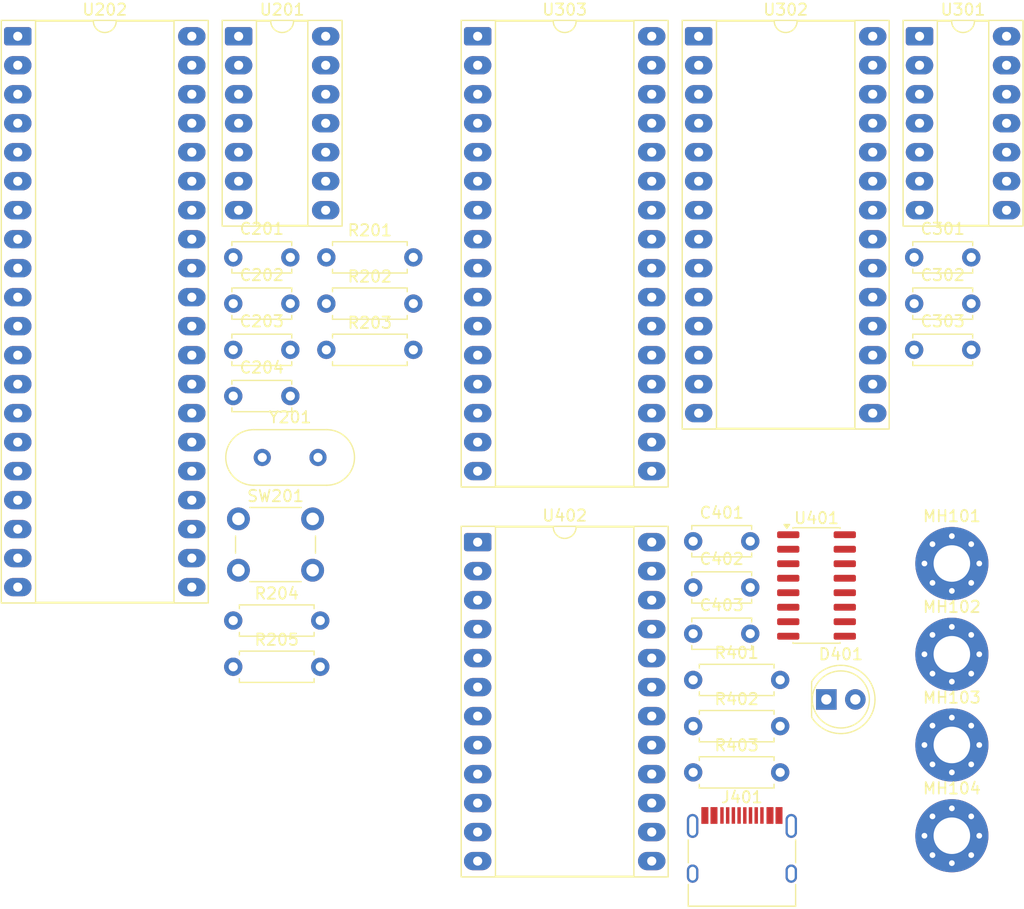
<source format=kicad_pcb>
(kicad_pcb (version 20241229) (generator "pcbnew") (generator_version "9.0")
  (title_block (title "zed-80") (company "Dragos Bajanica"))
  (layers (0 "F.Cu" signal) (2 "B.Cu" power) (13 "F.Paste" user) (15 "B.Paste" user) (5 "F.SilkS" user "F.Silkscreen") (7 "B.SilkS" user "B.Silkscreen") (1 "F.Mask" user) (3 "B.Mask" user) (25 "Edge.Cuts" user))
  (net 0 "")
  (net 1 "Net-(C201-Pad1)")
  (net 2 "GND")
  (net 3 "Net-(C202-Pad1)")
  (net 4 "VBUS")
  (net 5 "Net-(U401-V3)")
  (net 6 "Net-(D401-K)")
  (net 7 "/USB-to-UART/D+")
  (net 8 "/USB-to-UART/D-")
  (net 11 "Net-(J401-CC2)")
  (net 12 "Net-(J401-CC1)")
  (net 13 "Net-(R201-Pad2)")
  (net 14 "/CPU/~{RST}")
  (net 16 "Net-(U402-E)")
  (net 17 "/CPU/CLK")
  (net 18 "/CPU/~{IORQ}")
  (net 21 "/CPU/A3")
  (net 22 "/CPU/A12")
  (net 23 "/CPU/D1")
  (net 24 "/CPU/A8")
  (net 25 "/CPU/D2")
  (net 26 "/CPU/A1")
  (net 27 "/CPU/D6")
  (net 29 "/CPU/A10")
  (net 30 "/CPU/~{MREQ}")
  (net 31 "/CPU/D0")
  (net 32 "/CPU/D4")
  (net 33 "/CPU/A7")
  (net 34 "/CPU/A13")
  (net 35 "/CPU/D7")
  (net 36 "/CPU/D5")
  (net 38 "/CPU/A5")
  (net 39 "/CPU/A6")
  (net 40 "/CPU/D3")
  (net 41 "/CPU/A14")
  (net 42 "/CPU/~{RD}")
  (net 43 "/CPU/A9")
  (net 44 "/CPU/A4")
  (net 45 "/CPU/A2")
  (net 46 "/CPU/~{WR}")
  (net 47 "/CPU/A15")
  (net 48 "/CPU/A11")
  (net 49 "/CPU/~{M1}")
  (net 50 "/CPU/A0")
  (net 51 "/CPU/~{INT}")
  (net 53 "Net-(U301-Pad12)")
  (net 54 "/Memory/~{MEMWR}")
  (net 55 "/Memory/~{MEMRD}")
  (net 56 "/Memory/~{ROM}")
  (net 58 "/USB-to-UART/~{RTS}")
  (net 61 "/USB-to-UART/RX")
  (net 67 "/USB-to-UART/TX")
  (footprint "MountingHole:MountingHole_3.2mm_M3_Pad_Via" (layer "F.Cu") (at 167.802944 104.402944)
    (property "Reference" "MH102" (at 0 -4.15 0) (layer "F.SilkS"))
    (property "Value" "M3")
    (pad "1" thru_hole circle (at -2.4 0) (size 0.8 0.8) (drill 0.5) (layers "*.Cu" "*.Mask") (net 2 "GND"))
    (pad "1" thru_hole circle (at -1.697056 -1.697056) (size 0.8 0.8) (drill 0.5) (layers "*.Cu" "*.Mask") (net 2 "GND"))
    (pad "1" thru_hole circle (at -1.697056 1.697056) (size 0.8 0.8) (drill 0.5) (layers "*.Cu" "*.Mask") (net 2 "GND"))
    (pad "1" thru_hole circle (at 0 -2.4) (size 0.8 0.8) (drill 0.5) (layers "*.Cu" "*.Mask") (net 2 "GND"))
    (pad "1" thru_hole circle (at 0 0) (size 6.4 6.4) (drill 3.2) (layers "*.Cu" "*.Mask") (net 2 "GND"))
    (pad "1" thru_hole circle (at 0 2.4) (size 0.8 0.8) (drill 0.5) (layers "*.Cu" "*.Mask") (net 2 "GND"))
    (pad "1" thru_hole circle (at 1.697056 -1.697056) (size 0.8 0.8) (drill 0.5) (layers "*.Cu" "*.Mask") (net 2 "GND"))
    (pad "1" thru_hole circle (at 1.697056 1.697056) (size 0.8 0.8) (drill 0.5) (layers "*.Cu" "*.Mask") (net 2 "GND"))
    (pad "1" thru_hole circle (at 2.4 0) (size 0.8 0.8) (drill 0.5) (layers "*.Cu" "*.Mask") (net 2 "GND"))
  )
  (footprint "Package_DIP:DIP-14_W7.62mm_Socket_LongPads" (layer "F.Cu") (at 164.972944 50.262944)
    (property "Reference" "U301" (at 3.81 -2.33 0) (layer "F.SilkS"))
    (property "Value" "TT74LS32BI")
    (pad "1" thru_hole roundrect (at 0 0) (size 2.4 1.6) (drill 0.8) (layers "*.Cu" "*.Mask") (roundrect_rratio 0.15625) (net 30 "/CPU/~{MREQ}"))
    (pad "2" thru_hole oval (at 0 2.54) (size 2.4 1.6) (drill 0.8) (layers "*.Cu" "*.Mask") (net 46 "/CPU/~{WR}"))
    (pad "3" thru_hole oval (at 0 5.08) (size 2.4 1.6) (drill 0.8) (layers "*.Cu" "*.Mask") (net 54 "/Memory/~{MEMWR}"))
    (pad "4" thru_hole oval (at 0 7.62) (size 2.4 1.6) (drill 0.8) (layers "*.Cu" "*.Mask") (net 30 "/CPU/~{MREQ}"))
    (pad "5" thru_hole oval (at 0 10.16) (size 2.4 1.6) (drill 0.8) (layers "*.Cu" "*.Mask") (net 42 "/CPU/~{RD}"))
    (pad "6" thru_hole oval (at 0 12.7) (size 2.4 1.6) (drill 0.8) (layers "*.Cu" "*.Mask") (net 55 "/Memory/~{MEMRD}"))
    (pad "7" thru_hole oval (at 0 15.24) (size 2.4 1.6) (drill 0.8) (layers "*.Cu" "*.Mask") (net 2 "GND"))
    (pad "8" thru_hole oval (at 7.62 15.24) (size 2.4 1.6) (drill 0.8) (layers "*.Cu" "*.Mask") (net 53 "Net-(U301-Pad12)"))
    (pad "9" thru_hole oval (at 7.62 12.7) (size 2.4 1.6) (drill 0.8) (layers "*.Cu" "*.Mask") (net 34 "/CPU/A13"))
    (pad "10" thru_hole oval (at 7.62 10.16) (size 2.4 1.6) (drill 0.8) (layers "*.Cu" "*.Mask") (net 41 "/CPU/A14"))
    (pad "11" thru_hole oval (at 7.62 7.62) (size 2.4 1.6) (drill 0.8) (layers "*.Cu" "*.Mask") (net 56 "/Memory/~{ROM}"))
    (pad "12" thru_hole oval (at 7.62 5.08) (size 2.4 1.6) (drill 0.8) (layers "*.Cu" "*.Mask") (net 53 "Net-(U301-Pad12)"))
    (pad "13" thru_hole oval (at 7.62 2.54) (size 2.4 1.6) (drill 0.8) (layers "*.Cu" "*.Mask") (net 47 "/CPU/A15"))
    (pad "14" thru_hole oval (at 7.62 0) (size 2.4 1.6) (drill 0.8) (layers "*.Cu" "*.Mask") (net 4 "VBUS"))
  )
  (footprint "LED_THT:LED_D5.0mm" (layer "F.Cu") (at 156.812944 108.362944)
    (property "Reference" "D401" (at 1.27 -3.96 0) (layer "F.SilkS"))
    (property "Value" "LED")
    (pad "1" thru_hole rect (at 0 0) (size 1.8 1.8) (drill 0.9) (layers "*.Cu" "*.Mask") (net 6 "Net-(D401-K)"))
    (pad "2" thru_hole circle (at 2.54 0) (size 1.8 1.8) (drill 0.9) (layers "*.Cu" "*.Mask") (net 4 "VBUS"))
  )
  (footprint "Resistor_THT:R_Axial_DIN0207_L6.3mm_D2.5mm_P7.62mm_Horizontal" (layer "F.Cu") (at 113.032944 73.682944)
    (property "Reference" "R202" (at 3.81 -2.37 0) (layer "F.SilkS"))
    (property "Value" "1 kΩ")
    (pad "1" thru_hole circle (at 0 0) (size 1.6 1.6) (drill 0.8) (layers "*.Cu" "*.Mask") (net 13 "Net-(R201-Pad2)"))
    (pad "2" thru_hole circle (at 7.62 0) (size 1.6 1.6) (drill 0.8) (layers "*.Cu" "*.Mask") (net 3 "Net-(C202-Pad1)"))
  )
  (footprint "Connector_USB:USB_C_Receptacle_HRO_TYPE-C-31-M-12" (layer "F.Cu") (at 149.422944 122.572944)
    (property "Reference" "J401" (at 0 -5.645 0) (layer "F.SilkS"))
    (property "Value" "TYPE-C-31-M-12")
    (pad "" np_thru_hole circle (at -2.89 -2.6) (size 0.65 0.65) (drill 0.65) (layers "*.Cu" "*.Mask"))
    (pad "" np_thru_hole circle (at 2.89 -2.6) (size 0.65 0.65) (drill 0.65) (layers "*.Cu" "*.Mask"))
    (pad "A1" smd rect (at -3.25 -4.045) (size 0.6 1.45) (layers "F.Cu" "F.Mask" "F.Paste") (net 2 "GND"))
    (pad "A4" smd rect (at -2.45 -4.045) (size 0.6 1.45) (layers "F.Cu" "F.Mask" "F.Paste") (net 4 "VBUS"))
    (pad "A5" smd rect (at -1.25 -4.045) (size 0.3 1.45) (layers "F.Cu" "F.Mask" "F.Paste") (net 12 "Net-(J401-CC1)"))
    (pad "A6" smd rect (at -0.25 -4.045) (size 0.3 1.45) (layers "F.Cu" "F.Mask" "F.Paste") (net 7 "/USB-to-UART/D+"))
    (pad "A7" smd rect (at 0.25 -4.045) (size 0.3 1.45) (layers "F.Cu" "F.Mask" "F.Paste") (net 8 "/USB-to-UART/D-"))
    (pad "A8" smd rect (at 1.25 -4.045) (size 0.3 1.45) (layers "F.Cu" "F.Mask" "F.Paste"))
    (pad "A9" smd rect (at 2.45 -4.045) (size 0.6 1.45) (layers "F.Cu" "F.Mask" "F.Paste") (net 4 "VBUS"))
    (pad "A12" smd rect (at 3.25 -4.045) (size 0.6 1.45) (layers "F.Cu" "F.Mask" "F.Paste") (net 2 "GND"))
    (pad "B1" smd rect (at 3.25 -4.045) (size 0.6 1.45) (layers "F.Cu" "F.Mask" "F.Paste") (net 2 "GND"))
    (pad "B4" smd rect (at 2.45 -4.045) (size 0.6 1.45) (layers "F.Cu" "F.Mask" "F.Paste") (net 4 "VBUS"))
    (pad "B5" smd rect (at 1.75 -4.045) (size 0.3 1.45) (layers "F.Cu" "F.Mask" "F.Paste") (net 11 "Net-(J401-CC2)"))
    (pad "B6" smd rect (at 0.75 -4.045) (size 0.3 1.45) (layers "F.Cu" "F.Mask" "F.Paste") (net 7 "/USB-to-UART/D+"))
    (pad "B7" smd rect (at -0.75 -4.045) (size 0.3 1.45) (layers "F.Cu" "F.Mask" "F.Paste") (net 8 "/USB-to-UART/D-"))
    (pad "B8" smd rect (at -1.75 -4.045) (size 0.3 1.45) (layers "F.Cu" "F.Mask" "F.Paste"))
    (pad "B9" smd rect (at -2.45 -4.045) (size 0.6 1.45) (layers "F.Cu" "F.Mask" "F.Paste") (net 4 "VBUS"))
    (pad "B12" smd rect (at -3.25 -4.045) (size 0.6 1.45) (layers "F.Cu" "F.Mask" "F.Paste") (net 2 "GND"))
    (pad "S1" thru_hole oval (at -4.32 -3.13) (size 1 2.1) (drill oval 0.6 1.7) (property pad_prop_heatsink) (layers "*.Cu" "*.Mask") (net 2 "GND"))
    (pad "S1" thru_hole oval (at -4.32 1.05) (size 1 1.6) (drill oval 0.6 1.2) (property pad_prop_heatsink) (layers "*.Cu" "*.Mask") (net 2 "GND"))
    (pad "S1" thru_hole oval (at 4.32 -3.13) (size 1 2.1) (drill oval 0.6 1.7) (property pad_prop_heatsink) (layers "*.Cu" "*.Mask") (net 2 "GND"))
    (pad "S1" thru_hole oval (at 4.32 1.05) (size 1 1.6) (drill oval 0.6 1.2) (property pad_prop_heatsink) (layers "*.Cu" "*.Mask") (net 2 "GND"))
  )
  (footprint "Capacitor_THT:C_Disc_D5.0mm_W2.5mm_P5.00mm" (layer "F.Cu") (at 164.502944 73.682944)
    (property "Reference" "C302" (at 2.5 -2.5 0) (layer "F.SilkS"))
    (property "Value" "0.1 µF")
    (pad "1" thru_hole circle (at 0 0) (size 1.6 1.6) (drill 0.8) (layers "*.Cu" "*.Mask") (net 2 "GND"))
    (pad "2" thru_hole circle (at 5 0) (size 1.6 1.6) (drill 0.8) (layers "*.Cu" "*.Mask") (net 4 "VBUS"))
  )
  (footprint "Resistor_THT:R_Axial_DIN0207_L6.3mm_D2.5mm_P7.62mm_Horizontal" (layer "F.Cu") (at 104.88 105.5)
    (property "Reference" "R205" (at 3.81 -2.37 0) (layer "F.SilkS"))
    (property "Value" "1 kΩ")
    (pad "1" thru_hole circle (at 0 0) (size 1.6 1.6) (drill 0.8) (layers "*.Cu" "*.Mask") (net 4 "VBUS"))
    (pad "2" thru_hole circle (at 7.62 0) (size 1.6 1.6) (drill 0.8) (layers "*.Cu" "*.Mask") (net 17 "/CPU/CLK"))
  )
  (footprint "Resistor_THT:R_Axial_DIN0207_L6.3mm_D2.5mm_P7.62mm_Horizontal" (layer "F.Cu") (at 145.152944 110.702944)
    (property "Reference" "R402" (at 3.81 -2.37 0) (layer "F.SilkS"))
    (property "Value" "5.1 kΩ")
    (pad "1" thru_hole circle (at 0 0) (size 1.6 1.6) (drill 0.8) (layers "*.Cu" "*.Mask") (net 11 "Net-(J401-CC2)"))
    (pad "2" thru_hole circle (at 7.62 0) (size 1.6 1.6) (drill 0.8) (layers "*.Cu" "*.Mask") (net 2 "GND"))
  )
  (footprint "MountingHole:MountingHole_3.2mm_M3_Pad_Via" (layer "F.Cu") (at 167.802944 112.352944)
    (property "Reference" "MH103" (at 0 -4.15 0) (layer "F.SilkS"))
    (property "Value" "M3")
    (pad "1" thru_hole circle (at -2.4 0) (size 0.8 0.8) (drill 0.5) (layers "*.Cu" "*.Mask") (net 2 "GND"))
    (pad "1" thru_hole circle (at -1.697056 -1.697056) (size 0.8 0.8) (drill 0.5) (layers "*.Cu" "*.Mask") (net 2 "GND"))
    (pad "1" thru_hole circle (at -1.697056 1.697056) (size 0.8 0.8) (drill 0.5) (layers "*.Cu" "*.Mask") (net 2 "GND"))
    (pad "1" thru_hole circle (at 0 -2.4) (size 0.8 0.8) (drill 0.5) (layers "*.Cu" "*.Mask") (net 2 "GND"))
    (pad "1" thru_hole circle (at 0 0) (size 6.4 6.4) (drill 3.2) (layers "*.Cu" "*.Mask") (net 2 "GND"))
    (pad "1" thru_hole circle (at 0 2.4) (size 0.8 0.8) (drill 0.5) (layers "*.Cu" "*.Mask") (net 2 "GND"))
    (pad "1" thru_hole circle (at 1.697056 -1.697056) (size 0.8 0.8) (drill 0.5) (layers "*.Cu" "*.Mask") (net 2 "GND"))
    (pad "1" thru_hole circle (at 1.697056 1.697056) (size 0.8 0.8) (drill 0.5) (layers "*.Cu" "*.Mask") (net 2 "GND"))
    (pad "1" thru_hole circle (at 2.4 0) (size 0.8 0.8) (drill 0.5) (layers "*.Cu" "*.Mask") (net 2 "GND"))
  )
  (footprint "Resistor_THT:R_Axial_DIN0207_L6.3mm_D2.5mm_P7.62mm_Horizontal" (layer "F.Cu") (at 104.88 101.45)
    (property "Reference" "R204" (at 3.81 -2.37 0) (layer "F.SilkS"))
    (property "Value" "10 kΩ")
    (pad "1" thru_hole circle (at 0 0) (size 1.6 1.6) (drill 0.8) (layers "*.Cu" "*.Mask") (net 4 "VBUS"))
    (pad "2" thru_hole circle (at 7.62 0) (size 1.6 1.6) (drill 0.8) (layers "*.Cu" "*.Mask") (net 51 "/CPU/~{INT}"))
  )
  (footprint "Package_DIP:DIP-40_W15.24mm_Socket_LongPads" (layer "F.Cu") (at 86.012944 50.262944)
    (property "Reference" "U202" (at 7.62 -2.33 0) (layer "F.SilkS"))
    (property "Value" "Z84C0010PEC")
    (pad "1" thru_hole roundrect (at 0 0) (size 2.4 1.6) (drill 0.8) (layers "*.Cu" "*.Mask") (roundrect_rratio 0.15625) (net 48 "/CPU/A11"))
    (pad "2" thru_hole oval (at 0 2.54) (size 2.4 1.6) (drill 0.8) (layers "*.Cu" "*.Mask") (net 22 "/CPU/A12"))
    (pad "3" thru_hole oval (at 0 5.08) (size 2.4 1.6) (drill 0.8) (layers "*.Cu" "*.Mask") (net 34 "/CPU/A13"))
    (pad "4" thru_hole oval (at 0 7.62) (size 2.4 1.6) (drill 0.8) (layers "*.Cu" "*.Mask") (net 41 "/CPU/A14"))
    (pad "5" thru_hole oval (at 0 10.16) (size 2.4 1.6) (drill 0.8) (layers "*.Cu" "*.Mask") (net 47 "/CPU/A15"))
    (pad "6" thru_hole oval (at 0 12.7) (size 2.4 1.6) (drill 0.8) (layers "*.Cu" "*.Mask") (net 17 "/CPU/CLK"))
    (pad "7" thru_hole oval (at 0 15.24) (size 2.4 1.6) (drill 0.8) (layers "*.Cu" "*.Mask") (net 32 "/CPU/D4"))
    (pad "8" thru_hole oval (at 0 17.78) (size 2.4 1.6) (drill 0.8) (layers "*.Cu" "*.Mask") (net 40 "/CPU/D3"))
    (pad "9" thru_hole oval (at 0 20.32) (size 2.4 1.6) (drill 0.8) (layers "*.Cu" "*.Mask") (net 36 "/CPU/D5"))
    (pad "10" thru_hole oval (at 0 22.86) (size 2.4 1.6) (drill 0.8) (layers "*.Cu" "*.Mask") (net 27 "/CPU/D6"))
    (pad "11" thru_hole oval (at 0 25.4) (size 2.4 1.6) (drill 0.8) (layers "*.Cu" "*.Mask") (net 4 "VBUS"))
    (pad "12" thru_hole oval (at 0 27.94) (size 2.4 1.6) (drill 0.8) (layers "*.Cu" "*.Mask") (net 25 "/CPU/D2"))
    (pad "13" thru_hole oval (at 0 30.48) (size 2.4 1.6) (drill 0.8) (layers "*.Cu" "*.Mask") (net 35 "/CPU/D7"))
    (pad "14" thru_hole oval (at 0 33.02) (size 2.4 1.6) (drill 0.8) (layers "*.Cu" "*.Mask") (net 31 "/CPU/D0"))
    (pad "15" thru_hole oval (at 0 35.56) (size 2.4 1.6) (drill 0.8) (layers "*.Cu" "*.Mask") (net 23 "/CPU/D1"))
    (pad "16" thru_hole oval (at 0 38.1) (size 2.4 1.6) (drill 0.8) (layers "*.Cu" "*.Mask") (net 51 "/CPU/~{INT}"))
    (pad "17" thru_hole oval (at 0 40.64) (size 2.4 1.6) (drill 0.8) (layers "*.Cu" "*.Mask") (net 4 "VBUS"))
    (pad "18" thru_hole oval (at 0 43.18) (size 2.4 1.6) (drill 0.8) (layers "*.Cu" "*.Mask"))
    (pad "19" thru_hole oval (at 0 45.72) (size 2.4 1.6) (drill 0.8) (layers "*.Cu" "*.Mask") (net 30 "/CPU/~{MREQ}"))
    (pad "20" thru_hole oval (at 0 48.26) (size 2.4 1.6) (drill 0.8) (layers "*.Cu" "*.Mask") (net 18 "/CPU/~{IORQ}"))
    (pad "21" thru_hole oval (at 15.24 48.26) (size 2.4 1.6) (drill 0.8) (layers "*.Cu" "*.Mask") (net 42 "/CPU/~{RD}"))
    (pad "22" thru_hole oval (at 15.24 45.72) (size 2.4 1.6) (drill 0.8) (layers "*.Cu" "*.Mask") (net 46 "/CPU/~{WR}"))
    (pad "23" thru_hole oval (at 15.24 43.18) (size 2.4 1.6) (drill 0.8) (layers "*.Cu" "*.Mask"))
    (pad "24" thru_hole oval (at 15.24 40.64) (size 2.4 1.6) (drill 0.8) (layers "*.Cu" "*.Mask") (net 4 "VBUS"))
    (pad "25" thru_hole oval (at 15.24 38.1) (size 2.4 1.6) (drill 0.8) (layers "*.Cu" "*.Mask") (net 4 "VBUS"))
    (pad "26" thru_hole oval (at 15.24 35.56) (size 2.4 1.6) (drill 0.8) (layers "*.Cu" "*.Mask") (net 14 "/CPU/~{RST}"))
    (pad "27" thru_hole oval (at 15.24 33.02) (size 2.4 1.6) (drill 0.8) (layers "*.Cu" "*.Mask") (net 49 "/CPU/~{M1}"))
    (pad "28" thru_hole oval (at 15.24 30.48) (size 2.4 1.6) (drill 0.8) (layers "*.Cu" "*.Mask"))
    (pad "29" thru_hole oval (at 15.24 27.94) (size 2.4 1.6) (drill 0.8) (layers "*.Cu" "*.Mask") (net 2 "GND"))
    (pad "30" thru_hole oval (at 15.24 25.4) (size 2.4 1.6) (drill 0.8) (layers "*.Cu" "*.Mask") (net 50 "/CPU/A0"))
    (pad "31" thru_hole oval (at 15.24 22.86) (size 2.4 1.6) (drill 0.8) (layers "*.Cu" "*.Mask") (net 26 "/CPU/A1"))
    (pad "32" thru_hole oval (at 15.24 20.32) (size 2.4 1.6) (drill 0.8) (layers "*.Cu" "*.Mask") (net 45 "/CPU/A2"))
    (pad "33" thru_hole oval (at 15.24 17.78) (size 2.4 1.6) (drill 0.8) (layers "*.Cu" "*.Mask") (net 21 "/CPU/A3"))
    (pad "34" thru_hole oval (at 15.24 15.24) (size 2.4 1.6) (drill 0.8) (layers "*.Cu" "*.Mask") (net 44 "/CPU/A4"))
    (pad "35" thru_hole oval (at 15.24 12.7) (size 2.4 1.6) (drill 0.8) (layers "*.Cu" "*.Mask") (net 38 "/CPU/A5"))
    (pad "36" thru_hole oval (at 15.24 10.16) (size 2.4 1.6) (drill 0.8) (layers "*.Cu" "*.Mask") (net 39 "/CPU/A6"))
    (pad "37" thru_hole oval (at 15.24 7.62) (size 2.4 1.6) (drill 0.8) (layers "*.Cu" "*.Mask") (net 33 "/CPU/A7"))
    (pad "38" thru_hole oval (at 15.24 5.08) (size 2.4 1.6) (drill 0.8) (layers "*.Cu" "*.Mask") (net 24 "/CPU/A8"))
    (pad "39" thru_hole oval (at 15.24 2.54) (size 2.4 1.6) (drill 0.8) (layers "*.Cu" "*.Mask") (net 43 "/CPU/A9"))
    (pad "40" thru_hole oval (at 15.24 0) (size 2.4 1.6) (drill 0.8) (layers "*.Cu" "*.Mask") (net 29 "/CPU/A10"))
  )
  (footprint "MountingHole:MountingHole_3.2mm_M3_Pad_Via" (layer "F.Cu") (at 167.802944 96.452944)
    (property "Reference" "MH101" (at 0 -4.15 0) (layer "F.SilkS"))
    (property "Value" "M3")
    (pad "1" thru_hole circle (at -2.4 0) (size 0.8 0.8) (drill 0.5) (layers "*.Cu" "*.Mask") (net 2 "GND"))
    (pad "1" thru_hole circle (at -1.697056 -1.697056) (size 0.8 0.8) (drill 0.5) (layers "*.Cu" "*.Mask") (net 2 "GND"))
    (pad "1" thru_hole circle (at -1.697056 1.697056) (size 0.8 0.8) (drill 0.5) (layers "*.Cu" "*.Mask") (net 2 "GND"))
    (pad "1" thru_hole circle (at 0 -2.4) (size 0.8 0.8) (drill 0.5) (layers "*.Cu" "*.Mask") (net 2 "GND"))
    (pad "1" thru_hole circle (at 0 0) (size 6.4 6.4) (drill 3.2) (layers "*.Cu" "*.Mask") (net 2 "GND"))
    (pad "1" thru_hole circle (at 0 2.4) (size 0.8 0.8) (drill 0.5) (layers "*.Cu" "*.Mask") (net 2 "GND"))
    (pad "1" thru_hole circle (at 1.697056 -1.697056) (size 0.8 0.8) (drill 0.5) (layers "*.Cu" "*.Mask") (net 2 "GND"))
    (pad "1" thru_hole circle (at 1.697056 1.697056) (size 0.8 0.8) (drill 0.5) (layers "*.Cu" "*.Mask") (net 2 "GND"))
    (pad "1" thru_hole circle (at 2.4 0) (size 0.8 0.8) (drill 0.5) (layers "*.Cu" "*.Mask") (net 2 "GND"))
  )
  (footprint "Resistor_THT:R_Axial_DIN0207_L6.3mm_D2.5mm_P7.62mm_Horizontal" (layer "F.Cu") (at 113.032944 69.632944)
    (property "Reference" "R201" (at 3.81 -2.37 0) (layer "F.SilkS"))
    (property "Value" "2 kΩ")
    (pad "1" thru_hole circle (at 0 0) (size 1.6 1.6) (drill 0.8) (layers "*.Cu" "*.Mask") (net 1 "Net-(C201-Pad1)"))
    (pad "2" thru_hole circle (at 7.62 0) (size 1.6 1.6) (drill 0.8) (layers "*.Cu" "*.Mask") (net 13 "Net-(R201-Pad2)"))
  )
  (footprint "Resistor_THT:R_Axial_DIN0207_L6.3mm_D2.5mm_P7.62mm_Horizontal" (layer "F.Cu") (at 145.152944 106.652944)
    (property "Reference" "R401" (at 3.81 -2.37 0) (layer "F.SilkS"))
    (property "Value" "5.1 kΩ")
    (pad "1" thru_hole circle (at 0 0) (size 1.6 1.6) (drill 0.8) (layers "*.Cu" "*.Mask") (net 12 "Net-(J401-CC1)"))
    (pad "2" thru_hole circle (at 7.62 0) (size 1.6 1.6) (drill 0.8) (layers "*.Cu" "*.Mask") (net 2 "GND"))
  )
  (footprint "Package_DIP:DIP-24_W15.24mm_Socket_LongPads" (layer "F.Cu") (at 126.282944 94.582944)
    (property "Reference" "U402" (at 7.62 -2.33 0) (layer "F.SilkS"))
    (property "Value" "MC68B50P")
    (pad "1" thru_hole roundrect (at 0 0) (size 2.4 1.6) (drill 0.8) (layers "*.Cu" "*.Mask") (roundrect_rratio 0.15625) (net 2 "GND"))
    (pad "2" thru_hole oval (at 0 2.54) (size 2.4 1.6) (drill 0.8) (layers "*.Cu" "*.Mask") (net 61 "/USB-to-UART/RX"))
    (pad "3" thru_hole oval (at 0 5.08) (size 2.4 1.6) (drill 0.8) (layers "*.Cu" "*.Mask") (net 17 "/CPU/CLK"))
    (pad "4" thru_hole oval (at 0 7.62) (size 2.4 1.6) (drill 0.8) (layers "*.Cu" "*.Mask") (net 17 "/CPU/CLK"))
    (pad "5" thru_hole oval (at 0 10.16) (size 2.4 1.6) (drill 0.8) (layers "*.Cu" "*.Mask") (net 58 "/USB-to-UART/~{RTS}"))
    (pad "6" thru_hole oval (at 0 12.7) (size 2.4 1.6) (drill 0.8) (layers "*.Cu" "*.Mask") (net 67 "/USB-to-UART/TX"))
    (pad "7" thru_hole oval (at 0 15.24) (size 2.4 1.6) (drill 0.8) (layers "*.Cu" "*.Mask") (net 51 "/CPU/~{INT}"))
    (pad "8" thru_hole oval (at 0 17.78) (size 2.4 1.6) (drill 0.8) (layers "*.Cu" "*.Mask") (net 49 "/CPU/~{M1}"))
    (pad "9" thru_hole oval (at 0 20.32) (size 2.4 1.6) (drill 0.8) (layers "*.Cu" "*.Mask") (net 39 "/CPU/A6"))
    (pad "10" thru_hole oval (at 0 22.86) (size 2.4 1.6) (drill 0.8) (layers "*.Cu" "*.Mask") (net 33 "/CPU/A7"))
    (pad "11" thru_hole oval (at 0 25.4) (size 2.4 1.6) (drill 0.8) (layers "*.Cu" "*.Mask") (net 50 "/CPU/A0"))
    (pad "12" thru_hole oval (at 0 27.94) (size 2.4 1.6) (drill 0.8) (layers "*.Cu" "*.Mask") (net 4 "VBUS"))
    (pad "13" thru_hole oval (at 15.24 27.94) (size 2.4 1.6) (drill 0.8) (layers "*.Cu" "*.Mask") (net 46 "/CPU/~{WR}"))
    (pad "14" thru_hole oval (at 15.24 25.4) (size 2.4 1.6) (drill 0.8) (layers "*.Cu" "*.Mask") (net 16 "Net-(U402-E)"))
    (pad "15" thru_hole oval (at 15.24 22.86) (size 2.4 1.6) (drill 0.8) (layers "*.Cu" "*.Mask") (net 35 "/CPU/D7"))
    (pad "16" thru_hole oval (at 15.24 20.32) (size 2.4 1.6) (drill 0.8) (layers "*.Cu" "*.Mask") (net 27 "/CPU/D6"))
    (pad "17" thru_hole oval (at 15.24 17.78) (size 2.4 1.6) (drill 0.8) (layers "*.Cu" "*.Mask") (net 36 "/CPU/D5"))
    (pad "18" thru_hole oval (at 15.24 15.24) (size 2.4 1.6) (drill 0.8) (layers "*.Cu" "*.Mask") (net 32 "/CPU/D4"))
    (pad "19" thru_hole oval (at 15.24 12.7) (size 2.4 1.6) (drill 0.8) (layers "*.Cu" "*.Mask") (net 40 "/CPU/D3"))
    (pad "20" thru_hole oval (at 15.24 10.16) (size 2.4 1.6) (drill 0.8) (layers "*.Cu" "*.Mask") (net 25 "/CPU/D2"))
    (pad "21" thru_hole oval (at 15.24 7.62) (size 2.4 1.6) (drill 0.8) (layers "*.Cu" "*.Mask") (net 23 "/CPU/D1"))
    (pad "22" thru_hole oval (at 15.24 5.08) (size 2.4 1.6) (drill 0.8) (layers "*.Cu" "*.Mask") (net 31 "/CPU/D0"))
    (pad "23" thru_hole oval (at 15.24 2.54) (size 2.4 1.6) (drill 0.8) (layers "*.Cu" "*.Mask") (net 2 "GND"))
    (pad "24" thru_hole oval (at 15.24 0) (size 2.4 1.6) (drill 0.8) (layers "*.Cu" "*.Mask") (net 2 "GND"))
  )
  (footprint "Resistor_THT:R_Axial_DIN0207_L6.3mm_D2.5mm_P7.62mm_Horizontal" (layer "F.Cu") (at 145.152944 114.752944)
    (property "Reference" "R403" (at 3.81 -2.37 0) (layer "F.SilkS"))
    (property "Value" "1 kΩ")
    (pad "1" thru_hole circle (at 0 0) (size 1.6 1.6) (drill 0.8) (layers "*.Cu" "*.Mask") (net 6 "Net-(D401-K)"))
    (pad "2" thru_hole circle (at 7.62 0) (size 1.6 1.6) (drill 0.8) (layers "*.Cu" "*.Mask") (net 2 "GND"))
  )
  (footprint "Package_DIP:DIP-14_W7.62mm_Socket_LongPads" (layer "F.Cu") (at 105.352944 50.262944)
    (property "Reference" "U201" (at 3.81 -2.33 0) (layer "F.SilkS"))
    (property "Value" "GD74LS04")
    (pad "1" thru_hole roundrect (at 0 0) (size 2.4 1.6) (drill 0.8) (layers "*.Cu" "*.Mask") (roundrect_rratio 0.15625) (net 1 "Net-(C201-Pad1)"))
    (pad "2" thru_hole oval (at 0 2.54) (size 2.4 1.6) (drill 0.8) (layers "*.Cu" "*.Mask") (net 13 "Net-(R201-Pad2)"))
    (pad "3" thru_hole oval (at 0 5.08) (size 2.4 1.6) (drill 0.8) (layers "*.Cu" "*.Mask") (net 13 "Net-(R201-Pad2)"))
    (pad "4" thru_hole oval (at 0 7.62) (size 2.4 1.6) (drill 0.8) (layers "*.Cu" "*.Mask") (net 17 "/CPU/CLK"))
    (pad "5" thru_hole oval (at 0 10.16) (size 2.4 1.6) (drill 0.8) (layers "*.Cu" "*.Mask") (net 4 "VBUS"))
    (pad "6" thru_hole oval (at 0 12.7) (size 2.4 1.6) (drill 0.8) (layers "*.Cu" "*.Mask"))
    (pad "7" thru_hole oval (at 0 15.24) (size 2.4 1.6) (drill 0.8) (layers "*.Cu" "*.Mask") (net 2 "GND"))
    (pad "8" thru_hole oval (at 7.62 15.24) (size 2.4 1.6) (drill 0.8) (layers "*.Cu" "*.Mask"))
    (pad "9" thru_hole oval (at 7.62 12.7) (size 2.4 1.6) (drill 0.8) (layers "*.Cu" "*.Mask") (net 4 "VBUS"))
    (pad "10" thru_hole oval (at 7.62 10.16) (size 2.4 1.6) (drill 0.8) (layers "*.Cu" "*.Mask"))
    (pad "11" thru_hole oval (at 7.62 7.62) (size 2.4 1.6) (drill 0.8) (layers "*.Cu" "*.Mask") (net 4 "VBUS"))
    (pad "12" thru_hole oval (at 7.62 5.08) (size 2.4 1.6) (drill 0.8) (layers "*.Cu" "*.Mask") (net 16 "Net-(U402-E)"))
    (pad "13" thru_hole oval (at 7.62 2.54) (size 2.4 1.6) (drill 0.8) (layers "*.Cu" "*.Mask") (net 18 "/CPU/~{IORQ}"))
    (pad "14" thru_hole oval (at 7.62 0) (size 2.4 1.6) (drill 0.8) (layers "*.Cu" "*.Mask") (net 4 "VBUS"))
  )
  (footprint "Package_SO:SOIC-16_3.9x9.9mm_P1.27mm" (layer "F.Cu") (at 155.952944 98.377944)
    (property "Reference" "U401" (at 0 -5.9 0) (layer "F.SilkS"))
    (property "Value" "CH340C")
    (pad "1" smd roundrect (at -2.475 -4.445) (size 1.95 0.6) (layers "F.Cu" "F.Mask" "F.Paste") (net 2 "GND"))
    (pad "2" smd roundrect (at -2.475 -3.175) (size 1.95 0.6) (layers "F.Cu" "F.Mask" "F.Paste") (net 61 "/USB-to-UART/RX"))
    (pad "3" smd roundrect (at -2.475 -1.905) (size 1.95 0.6) (layers "F.Cu" "F.Mask" "F.Paste") (net 67 "/USB-to-UART/TX"))
    (pad "4" smd roundrect (at -2.475 -0.635) (size 1.95 0.6) (layers "F.Cu" "F.Mask" "F.Paste") (net 5 "Net-(U401-V3)"))
    (pad "5" smd roundrect (at -2.475 0.635) (size 1.95 0.6) (layers "F.Cu" "F.Mask" "F.Paste") (net 7 "/USB-to-UART/D+"))
    (pad "6" smd roundrect (at -2.475 1.905) (size 1.95 0.6) (layers "F.Cu" "F.Mask" "F.Paste") (net 8 "/USB-to-UART/D-"))
    (pad "7" smd roundrect (at -2.475 3.175) (size 1.95 0.6) (layers "F.Cu" "F.Mask" "F.Paste"))
    (pad "8" smd roundrect (at -2.475 4.445) (size 1.95 0.6) (layers "F.Cu" "F.Mask" "F.Paste"))
    (pad "9" smd roundrect (at 2.475 4.445) (size 1.95 0.6) (layers "F.Cu" "F.Mask" "F.Paste") (net 58 "/USB-to-UART/~{RTS}"))
    (pad "10" smd roundrect (at 2.475 3.175) (size 1.95 0.6) (layers "F.Cu" "F.Mask" "F.Paste"))
    (pad "11" smd roundrect (at 2.475 1.905) (size 1.95 0.6) (layers "F.Cu" "F.Mask" "F.Paste"))
    (pad "12" smd roundrect (at 2.475 0.635) (size 1.95 0.6) (layers "F.Cu" "F.Mask" "F.Paste"))
    (pad "13" smd roundrect (at 2.475 -0.635) (size 1.95 0.6) (layers "F.Cu" "F.Mask" "F.Paste"))
    (pad "14" smd roundrect (at 2.475 -1.905) (size 1.95 0.6) (layers "F.Cu" "F.Mask" "F.Paste"))
    (pad "15" smd roundrect (at 2.475 -3.175) (size 1.95 0.6) (layers "F.Cu" "F.Mask" "F.Paste") (net 2 "GND"))
    (pad "16" smd roundrect (at 2.475 -4.445) (size 1.95 0.6) (layers "F.Cu" "F.Mask" "F.Paste") (net 4 "VBUS"))
  )
  (footprint "Package_DIP:DIP-32_W15.24mm_Socket_LongPads" (layer "F.Cu") (at 126.282944 50.262944)
    (property "Reference" "U303" (at 7.62 -2.33 0) (layer "F.SilkS"))
    (property "Value" "HM628128BLP-10")
    (pad "1" thru_hole roundrect (at 0 0) (size 2.4 1.6) (drill 0.8) (layers "*.Cu" "*.Mask") (roundrect_rratio 0.15625))
    (pad "2" thru_hole oval (at 0 2.54) (size 2.4 1.6) (drill 0.8) (layers "*.Cu" "*.Mask") (net 2 "GND"))
    (pad "3" thru_hole oval (at 0 5.08) (size 2.4 1.6) (drill 0.8) (layers "*.Cu" "*.Mask") (net 41 "/CPU/A14"))
    (pad "4" thru_hole oval (at 0 7.62) (size 2.4 1.6) (drill 0.8) (layers "*.Cu" "*.Mask") (net 22 "/CPU/A12"))
    (pad "5" thru_hole oval (at 0 10.16) (size 2.4 1.6) (drill 0.8) (layers "*.Cu" "*.Mask") (net 33 "/CPU/A7"))
    (pad "6" thru_hole oval (at 0 12.7) (size 2.4 1.6) (drill 0.8) (layers "*.Cu" "*.Mask") (net 39 "/CPU/A6"))
    (pad "7" thru_hole oval (at 0 15.24) (size 2.4 1.6) (drill 0.8) (layers "*.Cu" "*.Mask") (net 38 "/CPU/A5"))
    (pad "8" thru_hole oval (at 0 17.78) (size 2.4 1.6) (drill 0.8) (layers "*.Cu" "*.Mask") (net 44 "/CPU/A4"))
    (pad "9" thru_hole oval (at 0 20.32) (size 2.4 1.6) (drill 0.8) (layers "*.Cu" "*.Mask") (net 21 "/CPU/A3"))
    (pad "10" thru_hole oval (at 0 22.86) (size 2.4 1.6) (drill 0.8) (layers "*.Cu" "*.Mask") (net 45 "/CPU/A2"))
    (pad "11" thru_hole oval (at 0 25.4) (size 2.4 1.6) (drill 0.8) (layers "*.Cu" "*.Mask") (net 26 "/CPU/A1"))
    (pad "12" thru_hole oval (at 0 27.94) (size 2.4 1.6) (drill 0.8) (layers "*.Cu" "*.Mask") (net 50 "/CPU/A0"))
    (pad "13" thru_hole oval (at 0 30.48) (size 2.4 1.6) (drill 0.8) (layers "*.Cu" "*.Mask") (net 31 "/CPU/D0"))
    (pad "14" thru_hole oval (at 0 33.02) (size 2.4 1.6) (drill 0.8) (layers "*.Cu" "*.Mask") (net 23 "/CPU/D1"))
    (pad "15" thru_hole oval (at 0 35.56) (size 2.4 1.6) (drill 0.8) (layers "*.Cu" "*.Mask") (net 25 "/CPU/D2"))
    (pad "16" thru_hole oval (at 0 38.1) (size 2.4 1.6) (drill 0.8) (layers "*.Cu" "*.Mask") (net 2 "GND"))
    (pad "17" thru_hole oval (at 15.24 38.1) (size 2.4 1.6) (drill 0.8) (layers "*.Cu" "*.Mask") (net 40 "/CPU/D3"))
    (pad "18" thru_hole oval (at 15.24 35.56) (size 2.4 1.6) (drill 0.8) (layers "*.Cu" "*.Mask") (net 32 "/CPU/D4"))
    (pad "19" thru_hole oval (at 15.24 33.02) (size 2.4 1.6) (drill 0.8) (layers "*.Cu" "*.Mask") (net 36 "/CPU/D5"))
    (pad "20" thru_hole oval (at 15.24 30.48) (size 2.4 1.6) (drill 0.8) (layers "*.Cu" "*.Mask") (net 27 "/CPU/D6"))
    (pad "21" thru_hole oval (at 15.24 27.94) (size 2.4 1.6) (drill 0.8) (layers "*.Cu" "*.Mask") (net 35 "/CPU/D7"))
    (pad "22" thru_hole oval (at 15.24 25.4) (size 2.4 1.6) (drill 0.8) (layers "*.Cu" "*.Mask") (net 2 "GND"))
    (pad "23" thru_hole oval (at 15.24 22.86) (size 2.4 1.6) (drill 0.8) (layers "*.Cu" "*.Mask") (net 29 "/CPU/A10"))
    (pad "24" thru_hole oval (at 15.24 20.32) (size 2.4 1.6) (drill 0.8) (layers "*.Cu" "*.Mask") (net 55 "/Memory/~{MEMRD}"))
    (pad "25" thru_hole oval (at 15.24 17.78) (size 2.4 1.6) (drill 0.8) (layers "*.Cu" "*.Mask") (net 48 "/CPU/A11"))
    (pad "26" thru_hole oval (at 15.24 15.24) (size 2.4 1.6) (drill 0.8) (layers "*.Cu" "*.Mask") (net 43 "/CPU/A9"))
    (pad "27" thru_hole oval (at 15.24 12.7) (size 2.4 1.6) (drill 0.8) (layers "*.Cu" "*.Mask") (net 24 "/CPU/A8"))
    (pad "28" thru_hole oval (at 15.24 10.16) (size 2.4 1.6) (drill 0.8) (layers "*.Cu" "*.Mask") (net 34 "/CPU/A13"))
    (pad "29" thru_hole oval (at 15.24 7.62) (size 2.4 1.6) (drill 0.8) (layers "*.Cu" "*.Mask") (net 54 "/Memory/~{MEMWR}"))
    (pad "30" thru_hole oval (at 15.24 5.08) (size 2.4 1.6) (drill 0.8) (layers "*.Cu" "*.Mask") (net 56 "/Memory/~{ROM}"))
    (pad "31" thru_hole oval (at 15.24 2.54) (size 2.4 1.6) (drill 0.8) (layers "*.Cu" "*.Mask") (net 47 "/CPU/A15"))
    (pad "32" thru_hole oval (at 15.24 0) (size 2.4 1.6) (drill 0.8) (layers "*.Cu" "*.Mask") (net 4 "VBUS"))
  )
  (footprint "Capacitor_THT:C_Disc_D5.0mm_W2.5mm_P5.00mm" (layer "F.Cu") (at 164.502944 69.632944)
    (property "Reference" "C301" (at 2.5 -2.5 0) (layer "F.SilkS"))
    (property "Value" "0.1 µF")
    (pad "1" thru_hole circle (at 0 0) (size 1.6 1.6) (drill 0.8) (layers "*.Cu" "*.Mask") (net 2 "GND"))
    (pad "2" thru_hole circle (at 5 0) (size 1.6 1.6) (drill 0.8) (layers "*.Cu" "*.Mask") (net 4 "VBUS"))
  )
  (footprint "Capacitor_THT:C_Disc_D5.0mm_W2.5mm_P5.00mm" (layer "F.Cu") (at 104.882944 73.682944)
    (property "Reference" "C202" (at 2.5 -2.5 0) (layer "F.SilkS"))
    (property "Value" "22 pF")
    (pad "1" thru_hole circle (at 0 0) (size 1.6 1.6) (drill 0.8) (layers "*.Cu" "*.Mask") (net 3 "Net-(C202-Pad1)"))
    (pad "2" thru_hole circle (at 5 0) (size 1.6 1.6) (drill 0.8) (layers "*.Cu" "*.Mask") (net 2 "GND"))
  )
  (footprint "MountingHole:MountingHole_3.2mm_M3_Pad_Via" (layer "F.Cu") (at 167.802944 120.302944)
    (property "Reference" "MH104" (at 0 -4.15 0) (layer "F.SilkS"))
    (property "Value" "M3")
    (pad "1" thru_hole circle (at -2.4 0) (size 0.8 0.8) (drill 0.5) (layers "*.Cu" "*.Mask") (net 2 "GND"))
    (pad "1" thru_hole circle (at -1.697056 -1.697056) (size 0.8 0.8) (drill 0.5) (layers "*.Cu" "*.Mask") (net 2 "GND"))
    (pad "1" thru_hole circle (at -1.697056 1.697056) (size 0.8 0.8) (drill 0.5) (layers "*.Cu" "*.Mask") (net 2 "GND"))
    (pad "1" thru_hole circle (at 0 -2.4) (size 0.8 0.8) (drill 0.5) (layers "*.Cu" "*.Mask") (net 2 "GND"))
    (pad "1" thru_hole circle (at 0 0) (size 6.4 6.4) (drill 3.2) (layers "*.Cu" "*.Mask") (net 2 "GND"))
    (pad "1" thru_hole circle (at 0 2.4) (size 0.8 0.8) (drill 0.5) (layers "*.Cu" "*.Mask") (net 2 "GND"))
    (pad "1" thru_hole circle (at 1.697056 -1.697056) (size 0.8 0.8) (drill 0.5) (layers "*.Cu" "*.Mask") (net 2 "GND"))
    (pad "1" thru_hole circle (at 1.697056 1.697056) (size 0.8 0.8) (drill 0.5) (layers "*.Cu" "*.Mask") (net 2 "GND"))
    (pad "1" thru_hole circle (at 2.4 0) (size 0.8 0.8) (drill 0.5) (layers "*.Cu" "*.Mask") (net 2 "GND"))
  )
  (footprint "Package_DIP:DIP-28_W15.24mm_Socket_LongPads" (layer "F.Cu") (at 145.632944 50.262944)
    (property "Reference" "U302" (at 7.62 -2.33 0) (layer "F.SilkS"))
    (property "Value" "AT28C256-15PU")
    (pad "1" thru_hole roundrect (at 0 0) (size 2.4 1.6) (drill 0.8) (layers "*.Cu" "*.Mask") (roundrect_rratio 0.15625) (net 2 "GND"))
    (pad "2" thru_hole oval (at 0 2.54) (size 2.4 1.6) (drill 0.8) (layers "*.Cu" "*.Mask") (net 22 "/CPU/A12"))
    (pad "3" thru_hole oval (at 0 5.08) (size 2.4 1.6) (drill 0.8) (layers "*.Cu" "*.Mask") (net 33 "/CPU/A7"))
    (pad "4" thru_hole oval (at 0 7.62) (size 2.4 1.6) (drill 0.8) (layers "*.Cu" "*.Mask") (net 39 "/CPU/A6"))
    (pad "5" thru_hole oval (at 0 10.16) (size 2.4 1.6) (drill 0.8) (layers "*.Cu" "*.Mask") (net 38 "/CPU/A5"))
    (pad "6" thru_hole oval (at 0 12.7) (size 2.4 1.6) (drill 0.8) (layers "*.Cu" "*.Mask") (net 44 "/CPU/A4"))
    (pad "7" thru_hole oval (at 0 15.24) (size 2.4 1.6) (drill 0.8) (layers "*.Cu" "*.Mask") (net 21 "/CPU/A3"))
    (pad "8" thru_hole oval (at 0 17.78) (size 2.4 1.6) (drill 0.8) (layers "*.Cu" "*.Mask") (net 45 "/CPU/A2"))
    (pad "9" thru_hole oval (at 0 20.32) (size 2.4 1.6) (drill 0.8) (layers "*.Cu" "*.Mask") (net 26 "/CPU/A1"))
    (pad "10" thru_hole oval (at 0 22.86) (size 2.4 1.6) (drill 0.8) (layers "*.Cu" "*.Mask") (net 50 "/CPU/A0"))
    (pad "11" thru_hole oval (at 0 25.4) (size 2.4 1.6) (drill 0.8) (layers "*.Cu" "*.Mask") (net 31 "/CPU/D0"))
    (pad "12" thru_hole oval (at 0 27.94) (size 2.4 1.6) (drill 0.8) (layers "*.Cu" "*.Mask") (net 23 "/CPU/D1"))
    (pad "13" thru_hole oval (at 0 30.48) (size 2.4 1.6) (drill 0.8) (layers "*.Cu" "*.Mask") (net 25 "/CPU/D2"))
    (pad "14" thru_hole oval (at 0 33.02) (size 2.4 1.6) (drill 0.8) (layers "*.Cu" "*.Mask") (net 2 "GND"))
    (pad "15" thru_hole oval (at 15.24 33.02) (size 2.4 1.6) (drill 0.8) (layers "*.Cu" "*.Mask") (net 40 "/CPU/D3"))
    (pad "16" thru_hole oval (at 15.24 30.48) (size 2.4 1.6) (drill 0.8) (layers "*.Cu" "*.Mask") (net 32 "/CPU/D4"))
    (pad "17" thru_hole oval (at 15.24 27.94) (size 2.4 1.6) (drill 0.8) (layers "*.Cu" "*.Mask") (net 36 "/CPU/D5"))
    (pad "18" thru_hole oval (at 15.24 25.4) (size 2.4 1.6) (drill 0.8) (layers "*.Cu" "*.Mask") (net 27 "/CPU/D6"))
    (pad "19" thru_hole oval (at 15.24 22.86) (size 2.4 1.6) (drill 0.8) (layers "*.Cu" "*.Mask") (net 35 "/CPU/D7"))
    (pad "20" thru_hole oval (at 15.24 20.32) (size 2.4 1.6) (drill 0.8) (layers "*.Cu" "*.Mask") (net 56 "/Memory/~{ROM}"))
    (pad "21" thru_hole oval (at 15.24 17.78) (size 2.4 1.6) (drill 0.8) (layers "*.Cu" "*.Mask") (net 29 "/CPU/A10"))
    (pad "22" thru_hole oval (at 15.24 15.24) (size 2.4 1.6) (drill 0.8) (layers "*.Cu" "*.Mask") (net 55 "/Memory/~{MEMRD}"))
    (pad "23" thru_hole oval (at 15.24 12.7) (size 2.4 1.6) (drill 0.8) (layers "*.Cu" "*.Mask") (net 48 "/CPU/A11"))
    (pad "24" thru_hole oval (at 15.24 10.16) (size 2.4 1.6) (drill 0.8) (layers "*.Cu" "*.Mask") (net 43 "/CPU/A9"))
    (pad "25" thru_hole oval (at 15.24 7.62) (size 2.4 1.6) (drill 0.8) (layers "*.Cu" "*.Mask") (net 24 "/CPU/A8"))
    (pad "26" thru_hole oval (at 15.24 5.08) (size 2.4 1.6) (drill 0.8) (layers "*.Cu" "*.Mask") (net 2 "GND"))
    (pad "27" thru_hole oval (at 15.24 2.54) (size 2.4 1.6) (drill 0.8) (layers "*.Cu" "*.Mask") (net 4 "VBUS"))
    (pad "28" thru_hole oval (at 15.24 0) (size 2.4 1.6) (drill 0.8) (layers "*.Cu" "*.Mask") (net 4 "VBUS"))
  )
  (footprint "Capacitor_THT:C_Disc_D5.0mm_W2.5mm_P5.00mm" (layer "F.Cu") (at 104.882944 81.782944)
    (property "Reference" "C204" (at 2.5 -2.5 0) (layer "F.SilkS"))
    (property "Value" "0.1 µF")
    (pad "1" thru_hole circle (at 0 0) (size 1.6 1.6) (drill 0.8) (layers "*.Cu" "*.Mask") (net 2 "GND"))
    (pad "2" thru_hole circle (at 5 0) (size 1.6 1.6) (drill 0.8) (layers "*.Cu" "*.Mask") (net 4 "VBUS"))
  )
  (footprint "Resistor_THT:R_Axial_DIN0207_L6.3mm_D2.5mm_P7.62mm_Horizontal" (layer "F.Cu") (at 113.032944 77.732944)
    (property "Reference" "R203" (at 3.81 -2.37 0) (layer "F.SilkS"))
    (property "Value" "10 kΩ")
    (pad "1" thru_hole circle (at 0 0) (size 1.6 1.6) (drill 0.8) (layers "*.Cu" "*.Mask") (net 4 "VBUS"))
    (pad "2" thru_hole circle (at 7.62 0) (size 1.6 1.6) (drill 0.8) (layers "*.Cu" "*.Mask") (net 14 "/CPU/~{RST}"))
  )
  (footprint "Capacitor_THT:C_Disc_D5.0mm_W2.5mm_P5.00mm" (layer "F.Cu") (at 104.882944 77.732944)
    (property "Reference" "C203" (at 2.5 -2.5 0) (layer "F.SilkS"))
    (property "Value" "0.1 µF")
    (pad "1" thru_hole circle (at 0 0) (size 1.6 1.6) (drill 0.8) (layers "*.Cu" "*.Mask") (net 2 "GND"))
    (pad "2" thru_hole circle (at 5 0) (size 1.6 1.6) (drill 0.8) (layers "*.Cu" "*.Mask") (net 4 "VBUS"))
  )
  (footprint "Capacitor_THT:C_Disc_D5.0mm_W2.5mm_P5.00mm" (layer "F.Cu") (at 145.152944 94.502944)
    (property "Reference" "C401" (at 2.5 -2.5 0) (layer "F.SilkS"))
    (property "Value" "0.1 µF")
    (pad "1" thru_hole circle (at 0 0) (size 1.6 1.6) (drill 0.8) (layers "*.Cu" "*.Mask") (net 2 "GND"))
    (pad "2" thru_hole circle (at 5 0) (size 1.6 1.6) (drill 0.8) (layers "*.Cu" "*.Mask") (net 4 "VBUS"))
  )
  (footprint "Capacitor_THT:C_Disc_D5.0mm_W2.5mm_P5.00mm" (layer "F.Cu") (at 145.152944 102.602944)
    (property "Reference" "C403" (at 2.5 -2.5 0) (layer "F.SilkS"))
    (property "Value" "0.1 µF")
    (pad "1" thru_hole circle (at 0 0) (size 1.6 1.6) (drill 0.8) (layers "*.Cu" "*.Mask") (net 2 "GND"))
    (pad "2" thru_hole circle (at 5 0) (size 1.6 1.6) (drill 0.8) (layers "*.Cu" "*.Mask") (net 4 "VBUS"))
  )
  (footprint "Button_Switch_THT:SW_PUSH_6mm" (layer "F.Cu") (at 105.332944 92.542944)
    (property "Reference" "SW201" (at 3.25 -2 0) (layer "F.SilkS"))
    (property "Value" "SW_Push")
    (pad "1" thru_hole circle (at 0 0 90) (size 2 2) (drill 1.1) (layers "*.Cu" "*.Mask") (net 14 "/CPU/~{RST}"))
    (pad "1" thru_hole circle (at 6.5 0 90) (size 2 2) (drill 1.1) (layers "*.Cu" "*.Mask") (net 14 "/CPU/~{RST}"))
    (pad "2" thru_hole circle (at 0 4.5 90) (size 2 2) (drill 1.1) (layers "*.Cu" "*.Mask") (net 2 "GND"))
    (pad "2" thru_hole circle (at 6.5 4.5 90) (size 2 2) (drill 1.1) (layers "*.Cu" "*.Mask") (net 2 "GND"))
  )
  (footprint "Capacitor_THT:C_Disc_D5.0mm_W2.5mm_P5.00mm" (layer "F.Cu") (at 104.882944 69.632944)
    (property "Reference" "C201" (at 2.5 -2.5 0) (layer "F.SilkS"))
    (property "Value" "22 pF")
    (pad "1" thru_hole circle (at 0 0) (size 1.6 1.6) (drill 0.8) (layers "*.Cu" "*.Mask") (net 1 "Net-(C201-Pad1)"))
    (pad "2" thru_hole circle (at 5 0) (size 1.6 1.6) (drill 0.8) (layers "*.Cu" "*.Mask") (net 2 "GND"))
  )
  (footprint "Capacitor_THT:C_Disc_D5.0mm_W2.5mm_P5.00mm" (layer "F.Cu") (at 145.152944 98.552944)
    (property "Reference" "C402" (at 2.5 -2.5 0) (layer "F.SilkS"))
    (property "Value" "0.1 µF")
    (pad "1" thru_hole circle (at 0 0) (size 1.6 1.6) (drill 0.8) (layers "*.Cu" "*.Mask") (net 5 "Net-(U401-V3)"))
    (pad "2" thru_hole circle (at 5 0) (size 1.6 1.6) (drill 0.8) (layers "*.Cu" "*.Mask") (net 2 "GND"))
  )
  (footprint "Crystal:Crystal_HC49-4H_Vertical" (layer "F.Cu") (at 107.422944 87.162944)
    (property "Reference" "Y201" (at 2.44 -3.52 0) (layer "F.SilkS"))
    (property "Value" "7.3728 MHz")
    (pad "1" thru_hole circle (at 0 0) (size 1.5 1.5) (drill 0.8) (layers "*.Cu" "*.Mask") (net 1 "Net-(C201-Pad1)"))
    (pad "2" thru_hole circle (at 4.88 0) (size 1.5 1.5) (drill 0.8) (layers "*.Cu" "*.Mask") (net 3 "Net-(C202-Pad1)"))
  )
  (footprint "Capacitor_THT:C_Disc_D5.0mm_W2.5mm_P5.00mm" (layer "F.Cu") (at 164.502944 77.732944)
    (property "Reference" "C303" (at 2.5 -2.5 0) (layer "F.SilkS"))
    (property "Value" "0.1 µF")
    (pad "1" thru_hole circle (at 0 0) (size 1.6 1.6) (drill 0.8) (layers "*.Cu" "*.Mask") (net 2 "GND"))
    (pad "2" thru_hole circle (at 5 0) (size 1.6 1.6) (drill 0.8) (layers "*.Cu" "*.Mask") (net 4 "VBUS"))
  )
)
</source>
